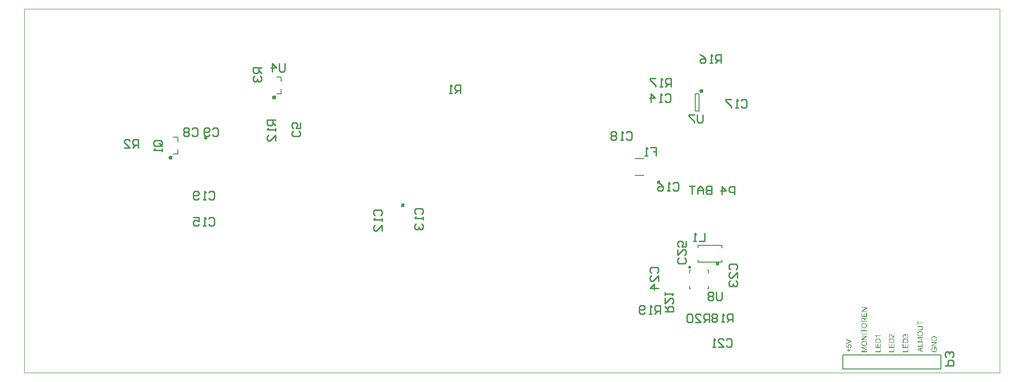
<source format=gbo>
%FSTAX23Y23*%
%MOIN*%
%SFA1B1*%

%IPPOS*%
%ADD33C,0.001000*%
%ADD60C,0.010000*%
%ADD66C,0.015750*%
%ADD68C,0.007870*%
%LNcareboard_smd_ordered_6.29-1*%
%LPD*%
G36*
X0629Y00246D02*
X0629D01*
X06291Y00245*
X06292Y00245*
X06294Y00245*
X06295Y00245*
X06296Y00245*
X06296*
X06297Y00244*
X06297Y00244*
X06297Y00244*
X06298Y00244*
X06298Y00244*
X06299Y00243*
X063Y00243*
X06301Y00242*
X06302Y00242*
X06302Y00242*
X06302Y00242*
X06303Y00241*
X06303Y00241*
X06304Y0024*
X06304Y0024*
X06305Y00239*
X06305Y00238*
X06306Y00238*
X06306Y00238*
X06306Y00238*
X06306Y00237*
X06306Y00236*
X06307Y00236*
X06307Y00235*
X06307Y00234*
Y00234*
X06307Y00233*
X06308Y00233*
X06308Y00232*
X06308Y00231*
X06308Y0023*
X06308Y00229*
X06308Y00228*
Y00214*
X0627*
Y00227*
Y00227*
Y00227*
Y00227*
Y00228*
Y00228*
Y00229*
X0627Y0023*
X0627Y00231*
X0627Y00232*
X0627Y00233*
X0627Y00234*
Y00234*
X0627Y00234*
Y00234*
X0627Y00234*
X06271Y00235*
X06271Y00236*
X06271Y00237*
X06272Y00238*
X06272Y00239*
X06273Y00239*
Y0024*
X06273Y0024*
X06273Y0024*
X06274Y00241*
X06275Y00241*
X06276Y00242*
X06277Y00243*
X06278Y00243*
X0628Y00244*
X0628*
X0628Y00244*
X0628Y00244*
X0628Y00244*
X06281Y00244*
X06281Y00245*
X06282Y00245*
X06282Y00245*
X06283Y00245*
X06283Y00245*
X06285Y00245*
X06287Y00246*
X06289Y00246*
X06289*
X0629Y00246*
G37*
G36*
X06297Y00276D02*
X06298Y00276D01*
X06298Y00276*
X06299Y00276*
X063Y00275*
X06301Y00275*
X06302Y00275*
X06302Y00274*
X06303Y00274*
X06304Y00273*
X06304Y00273*
X06305Y00272*
X06305Y00272*
X06305Y00272*
X06305Y00272*
X06306Y00271*
X06306Y00271*
X06306Y00271*
X06307Y0027*
X06307Y0027*
X06307Y00269*
X06308Y00268*
X06308Y00268*
X06308Y00267*
X06308Y00266*
X06308Y00265*
X06309Y00264*
X06309Y00263*
Y00263*
Y00263*
Y00262*
X06309Y00262*
X06309Y00262*
X06308Y00261*
X06308Y00261*
X06308Y0026*
X06308Y00259*
X06307Y00257*
X06307Y00257*
X06307Y00256*
X06306Y00255*
X06306Y00255*
X06306Y00254*
X06306Y00254*
X06305Y00254*
X06305Y00254*
X06305Y00254*
X06304Y00253*
X06304Y00253*
X06304Y00253*
X06302Y00252*
X06301Y00252*
X063Y00251*
X06299Y00251*
X06298Y00251*
X06297Y00255*
X06297*
X06297Y00256*
X06298*
X06298Y00256*
X06299Y00256*
X06299Y00256*
X063Y00256*
X06301Y00257*
X06302Y00258*
X06303Y00258*
X06303Y00258*
X06303Y00259*
X06304Y00259*
X06304Y0026*
X06304Y0026*
X06304Y00261*
X06305Y00262*
X06305Y00263*
Y00263*
Y00263*
Y00263*
X06305Y00263*
X06305Y00264*
X06304Y00265*
X06304Y00266*
X06304Y00267*
X06303Y00268*
X06302Y00269*
X06302Y00269*
X06302Y00269*
X06302Y00269*
X06301Y0027*
X063Y0027*
X06299Y0027*
X06298Y00271*
X06297Y00271*
X06296*
X06296Y00271*
X06296Y00271*
X06295Y00271*
X06294Y0027*
X06293Y0027*
X06292Y00269*
X06291Y00269*
X06291Y00269*
X06291Y00268*
X06291Y00268*
X0629Y00267*
X0629Y00266*
X0629Y00265*
X06289Y00264*
X06289Y00263*
Y00263*
Y00263*
Y00263*
X06289Y00262*
X06289Y00262*
X06289Y00261*
X0629Y00261*
X0629Y0026*
X06286Y00261*
Y00261*
Y00261*
X06286Y00261*
Y00261*
Y00261*
Y00261*
Y00262*
Y00262*
X06286Y00262*
X06285Y00263*
X06285Y00264*
X06285Y00265*
X06285Y00266*
X06284Y00267*
X06284Y00267*
X06284Y00267*
X06283Y00267*
X06283Y00268*
X06282Y00268*
X06281Y00269*
X0628Y00269*
X06279Y00269*
X06279*
X06278Y00269*
X06278Y00269*
X06277Y00269*
X06276Y00268*
X06276Y00268*
X06275Y00267*
X06275Y00267*
X06275Y00267*
X06274Y00267*
X06274Y00266*
X06274Y00265*
X06274Y00265*
X06273Y00264*
X06273Y00263*
Y00263*
Y00263*
Y00262*
X06273Y00262*
X06273Y00261*
X06274Y00261*
X06274Y0026*
X06274Y00259*
X06275Y00258*
X06275Y00258*
X06275Y00258*
X06276Y00258*
X06276Y00257*
X06277Y00257*
X06278Y00257*
X06279Y00256*
X0628Y00256*
X06279Y00251*
X06279*
X06279Y00251*
X06279Y00251*
X06279Y00251*
X06278Y00251*
X06278Y00252*
X06277Y00252*
X06275Y00252*
X06274Y00253*
X06273Y00254*
X06272Y00255*
X06272Y00255*
X06272Y00255*
X06272Y00255*
X06272Y00256*
X06271Y00256*
X06271Y00256*
X06271Y00257*
X0627Y00258*
X0627Y0026*
X0627Y00261*
X06269Y00262*
Y00263*
Y00263*
Y00263*
Y00263*
Y00263*
X06269Y00264*
X0627Y00265*
X0627Y00265*
X0627Y00266*
X0627Y00267*
X06271Y00268*
Y00269*
X06271Y00269*
X06271Y00269*
X06271Y00269*
X06272Y0027*
X06272Y00271*
X06273Y00271*
X06274Y00272*
X06274Y00273*
X06275Y00273*
X06275Y00273*
X06275Y00273*
X06276Y00273*
X06277Y00273*
X06278Y00274*
X06278Y00274*
X06279Y00274*
X0628*
X0628Y00274*
X06281Y00274*
X06282Y00274*
X06282Y00273*
X06283Y00273*
X06284Y00273*
X06284Y00273*
X06284Y00272*
X06285Y00272*
X06285Y00272*
X06286Y00271*
X06286Y0027*
X06287Y0027*
X06287Y00269*
Y00269*
X06287Y00269*
Y00269*
X06287Y00269*
X06288Y0027*
X06288Y00271*
X06288Y00271*
X06289Y00272*
X0629Y00273*
X0629Y00274*
X06291Y00274*
X06291Y00274*
X06291Y00274*
X06292Y00275*
X06293Y00275*
X06294Y00276*
X06295Y00276*
X06297Y00276*
X06297*
X06297Y00276*
G37*
G36*
X06308Y00148D02*
X0627D01*
Y00153*
X06304*
Y00172*
X06308*
Y00148*
G37*
G36*
Y00178D02*
X0627D01*
Y00206*
X06274*
Y00183*
X06286*
Y00205*
X0629*
Y00183*
X06304*
Y00207*
X06308*
Y00178*
G37*
G36*
X0621Y00148D02*
X06172D01*
Y00153*
X06206*
Y00172*
X0621*
Y00148*
G37*
G36*
Y0025D02*
X06209D01*
X06209Y0025*
X06208Y0025*
X06208Y0025*
X06207Y0025*
X06207Y00251*
X06207*
X06207Y00251*
X06206Y00251*
X06206Y00251*
X06205Y00251*
X06204Y00252*
X06204Y00252*
X06203Y00253*
X06202Y00254*
X06202*
X06202Y00254*
X06201Y00254*
X06201Y00255*
X062Y00255*
X06199Y00256*
X06198Y00257*
X06197Y00258*
X06196Y0026*
X06196Y0026*
X06196Y0026*
X06195Y0026*
X06195Y00261*
X06195Y00261*
X06194Y00262*
X06193Y00263*
X06192Y00265*
X0619Y00266*
X0619Y00267*
X06189Y00267*
X06188Y00268*
X06188Y00268*
X06188*
X06188Y00268*
X06187Y00269*
X06187Y00269*
X06187Y00269*
X06186Y00269*
X06185Y0027*
X06184Y0027*
X06183Y0027*
X06182Y00271*
X06182*
X06182Y00271*
X06181Y0027*
X0618Y0027*
X0618Y0027*
X06179Y0027*
X06178Y00269*
X06177Y00269*
X06177Y00268*
X06177Y00268*
X06177Y00268*
X06176Y00267*
X06176Y00266*
X06176Y00265*
X06175Y00264*
X06175Y00263*
Y00263*
Y00263*
Y00263*
X06175Y00263*
X06175Y00262*
X06176Y00261*
X06176Y0026*
X06176Y0026*
X06177Y00259*
X06177Y00258*
X06178Y00258*
X06178Y00258*
X06178Y00257*
X06179Y00257*
X0618Y00256*
X06181Y00256*
X06182Y00256*
X06183Y00256*
X06183Y00251*
X06182*
X06182Y00251*
X06182Y00251*
X06181Y00251*
X06181Y00251*
X06179Y00252*
X06178Y00252*
X06177Y00253*
X06175Y00254*
X06175Y00254*
X06174Y00255*
X06174Y00255*
X06174Y00255*
X06174Y00255*
X06174Y00255*
X06174Y00256*
X06173Y00256*
X06173Y00256*
X06173Y00257*
X06173Y00258*
X06172Y00258*
X06172Y00259*
X06172Y0026*
X06172Y00261*
X06171Y00262*
X06171Y00263*
Y00263*
Y00264*
Y00264*
X06171Y00264*
X06172Y00265*
X06172Y00265*
X06172Y00266*
X06172Y00267*
X06172Y00268*
X06173Y00269*
X06173Y0027*
X06173Y00271*
X06174Y00271*
X06174Y00272*
X06175Y00272*
X06175Y00272*
X06175Y00272*
X06175Y00273*
X06175Y00273*
X06176Y00273*
X06177Y00274*
X06178Y00274*
X06179Y00275*
X0618Y00275*
X06181Y00275*
X06182Y00275*
X06183*
X06183Y00275*
X06184Y00275*
X06184Y00275*
X06185Y00275*
X06186Y00275*
X06187Y00274*
X06187Y00274*
X06187Y00274*
X06187Y00274*
X06188Y00274*
X06189Y00273*
X0619Y00273*
X0619Y00272*
X06191Y00271*
X06191Y00271*
X06192Y00271*
X06192Y0027*
X06193Y0027*
X06193Y0027*
X06194Y00269*
X06194Y00269*
X06195Y00268*
X06195Y00267*
X06196Y00267*
X06197Y00266*
X06197Y00265*
X06198Y00264*
X06198Y00264*
X06198Y00264*
X06198Y00264*
X06199Y00263*
X06199Y00263*
X062Y00262*
X06201Y00261*
X06202Y0026*
X06202Y00259*
X06203Y00259*
X06203Y00259*
X06203Y00259*
X06203Y00258*
X06203Y00258*
X06204Y00258*
X06205Y00257*
X06206Y00257*
Y00275*
X0621*
Y0025*
G37*
G36*
X06112Y00148D02*
X06074D01*
Y00153*
X06108*
Y00172*
X06112*
Y00148*
G37*
G36*
X0621Y00178D02*
X06172D01*
Y00206*
X06176*
Y00183*
X06188*
Y00205*
X06192*
Y00183*
X06206*
Y00207*
X0621*
Y00178*
G37*
G36*
X06192Y00246D02*
X06192D01*
X06193Y00245*
X06194Y00245*
X06196Y00245*
X06197Y00245*
X06198Y00245*
X06198*
X06199Y00244*
X06199Y00244*
X06199Y00244*
X062Y00244*
X062Y00244*
X06201Y00243*
X06202Y00243*
X06203Y00242*
X06204Y00242*
X06204Y00242*
X06204Y00242*
X06205Y00241*
X06205Y00241*
X06206Y0024*
X06206Y0024*
X06207Y00239*
X06207Y00238*
X06208Y00238*
X06208Y00238*
X06208Y00238*
X06208Y00237*
X06208Y00236*
X06209Y00236*
X06209Y00235*
X06209Y00234*
Y00234*
X06209Y00233*
X0621Y00233*
X0621Y00232*
X0621Y00231*
X0621Y0023*
X0621Y00229*
X0621Y00228*
Y00214*
X06172*
Y00227*
Y00227*
Y00227*
Y00227*
Y00228*
Y00228*
Y00229*
X06172Y0023*
X06172Y00231*
X06172Y00232*
X06172Y00233*
X06172Y00234*
Y00234*
X06172Y00234*
Y00234*
X06172Y00234*
X06173Y00235*
X06173Y00236*
X06173Y00237*
X06174Y00238*
X06174Y00239*
X06175Y00239*
Y0024*
X06175Y0024*
X06175Y0024*
X06176Y00241*
X06177Y00241*
X06178Y00242*
X06179Y00243*
X0618Y00243*
X06182Y00244*
X06182*
X06182Y00244*
X06182Y00244*
X06182Y00244*
X06183Y00244*
X06183Y00245*
X06184Y00245*
X06184Y00245*
X06185Y00245*
X06185Y00245*
X06187Y00245*
X06189Y00246*
X06191Y00246*
X06191*
X06192Y00246*
G37*
G36*
X06495Y00261D02*
X06495D01*
X06496Y00261*
X06497Y00261*
X06499Y00261*
X065Y00261*
X06501Y0026*
X06501*
X06502Y0026*
X06502Y0026*
X06502Y0026*
X06503Y0026*
X06503Y0026*
X06504Y00259*
X06505Y00259*
X06506Y00258*
X06507Y00258*
X06507Y00258*
X06507Y00257*
X06508Y00257*
X06508Y00257*
X06509Y00256*
X06509Y00256*
X0651Y00255*
X0651Y00254*
X06511Y00254*
X06511Y00254*
X06511Y00253*
X06511Y00253*
X06511Y00252*
X06512Y00252*
X06512Y00251*
X06512Y0025*
Y0025*
X06512Y00249*
X06513Y00249*
X06513Y00248*
X06513Y00247*
X06513Y00246*
X06513Y00245*
X06513Y00244*
Y0023*
X06475*
Y00243*
Y00243*
Y00243*
Y00243*
Y00244*
Y00244*
Y00244*
X06475Y00245*
X06475Y00247*
X06475Y00248*
X06475Y00249*
X06475Y0025*
Y0025*
X06475Y0025*
Y0025*
X06475Y0025*
X06476Y00251*
X06476Y00252*
X06476Y00253*
X06477Y00253*
X06477Y00254*
X06478Y00255*
Y00255*
X06478Y00255*
X06478Y00256*
X06479Y00256*
X0648Y00257*
X06481Y00258*
X06482Y00259*
X06483Y00259*
X06485Y0026*
X06485*
X06485Y0026*
X06485Y0026*
X06485Y0026*
X06486Y0026*
X06486Y0026*
X06487Y00261*
X06487Y00261*
X06488Y00261*
X06488Y00261*
X0649Y00261*
X06492Y00261*
X06494Y00261*
X06494*
X06495Y00261*
G37*
G36*
X06413Y00178D02*
X06401Y00174D01*
Y00158*
X06413Y00153*
Y00148*
X06375Y00163*
Y00168*
X06413Y00184*
Y00178*
G37*
G36*
X06508Y00183D02*
X06508Y00183D01*
X06508Y00183*
X06508Y00183*
X06508Y00183*
X06509Y00182*
X06509Y00181*
X0651Y0018*
X06511Y00179*
X06512Y00177*
X06512Y00176*
Y00176*
X06512Y00176*
X06512Y00175*
X06512Y00175*
X06513Y00175*
X06513Y00174*
X06513Y00174*
X06513Y00173*
X06513Y00172*
X06513Y00171*
X06514Y00169*
X06514Y00168*
Y00168*
Y00167*
Y00167*
X06514Y00167*
Y00166*
X06514Y00166*
X06513Y00165*
X06513Y00164*
X06513Y00163*
X06513Y00161*
X06512Y00159*
X06511Y00157*
X06511Y00157*
X06511Y00157*
X06511Y00157*
X06511Y00157*
X06511Y00156*
X0651Y00156*
X06509Y00155*
X06509Y00154*
X06507Y00152*
X06506Y00151*
X06504Y0015*
X06504*
X06504Y0015*
X06504Y0015*
X06503Y0015*
X06503Y0015*
X06503Y0015*
X06502Y00149*
X06501Y00149*
X06501Y00149*
X065Y00149*
X06498Y00148*
X06496Y00148*
X06494Y00148*
X06493*
X06493Y00148*
X06493*
X06492Y00148*
X06491Y00148*
X06491Y00148*
X06489Y00149*
X06487Y00149*
X06485Y0015*
X06484Y0015*
X06483*
X06483Y0015*
X06483Y00151*
X06483Y00151*
X06482Y00151*
X06482Y00151*
X06481Y00152*
X0648Y00153*
X06478Y00154*
X06477Y00156*
X06477Y00156*
X06476Y00157*
Y00157*
X06476Y00157*
X06476Y00158*
X06476Y00158*
X06476Y00158*
X06476Y00159*
X06475Y00159*
X06475Y0016*
X06475Y00161*
X06475Y00161*
X06474Y00163*
X06474Y00165*
X06474Y00167*
Y00167*
Y00167*
Y00168*
Y00168*
X06474Y00168*
Y00169*
X06474Y0017*
X06474Y00171*
X06475Y00172*
X06475Y00173*
X06475Y00175*
Y00175*
X06475Y00175*
X06475Y00175*
X06476Y00175*
X06476Y00176*
X06476Y00177*
X06477Y00177*
X06477Y00178*
X06478Y00179*
X06479Y0018*
X06479Y0018*
X06479Y0018*
X0648Y00181*
X06481Y00181*
X06482Y00182*
X06483Y00182*
X06484Y00183*
X06485Y00183*
X06487Y00178*
X06487*
X06487Y00178*
X06486Y00178*
X06486Y00178*
X06485Y00178*
X06484Y00177*
X06483Y00177*
X06483Y00177*
X06482Y00176*
X06482Y00176*
X06482Y00176*
X06481Y00176*
X06481Y00175*
X06481Y00175*
X0648Y00174*
X0648Y00173*
X06479Y00173*
X06479Y00172*
X06479Y00172*
X06479Y00172*
X06479Y00171*
X06479Y0017*
X06478Y00169*
X06478Y00168*
X06478Y00167*
Y00167*
Y00167*
Y00167*
Y00167*
X06478Y00166*
X06478Y00165*
X06479Y00164*
X06479Y00163*
X06479Y00162*
X06479Y00161*
X06479Y00161*
X0648Y00161*
X0648Y0016*
X0648Y0016*
X06481Y00159*
X06481Y00158*
X06482Y00158*
X06482Y00157*
X06482Y00157*
X06482Y00157*
X06483Y00157*
X06483Y00156*
X06484Y00156*
X06485Y00155*
X06485Y00155*
X06486Y00155*
X06486*
X06486Y00155*
X06486Y00155*
X06487Y00154*
X06487Y00154*
X06487Y00154*
X06488Y00154*
X06489Y00154*
X06491Y00154*
X06492Y00153*
X06494Y00153*
X06494*
X06495Y00153*
X06495*
X06496Y00153*
X06496Y00153*
X06497Y00154*
X06498Y00154*
X065Y00154*
X06501Y00154*
X06502Y00155*
X06502*
X06503Y00155*
X06503Y00155*
X06503Y00155*
X06504Y00156*
X06504Y00156*
X06505Y00157*
X06506Y00158*
X06507Y00159*
X06508Y0016*
Y0016*
X06508Y0016*
X06508Y0016*
X06508Y00161*
X06508Y00161*
X06508Y00161*
X06508Y00162*
X06509Y00163*
X06509Y00165*
X06509Y00166*
X06509Y00167*
Y00167*
Y00167*
Y00168*
Y00168*
X06509Y00169*
X06509Y00169*
X06509Y0017*
X06509Y00171*
X06508Y00173*
X06508Y00174*
Y00174*
X06508Y00174*
X06508Y00174*
X06508Y00174*
X06507Y00175*
X06507Y00176*
X06507Y00176*
X06506Y00177*
X06506Y00178*
X06505Y00179*
X06498*
Y00167*
X06493*
Y00184*
X06508*
X06508Y00183*
G37*
G36*
X06513Y00216D02*
X06483Y00196D01*
X06513*
Y00191*
X06475*
Y00196*
X06505Y00216*
X06475*
Y00221*
X06513*
Y00216*
G37*
G36*
X06413Y00188D02*
X06375D01*
Y00193*
X06409*
Y00212*
X06413*
Y00188*
G37*
G36*
X06398Y00334D02*
X06399D01*
X06399Y00334*
X064Y00334*
X06402Y00334*
X06403Y00334*
X06405Y00334*
X06406Y00333*
X06406*
X06406Y00333*
X06406Y00333*
X06407Y00333*
X06407Y00333*
X06408Y00332*
X06409Y00331*
X0641Y00331*
X06411Y0033*
X06412Y00328*
Y00328*
X06412Y00328*
X06412Y00328*
X06412Y00328*
X06412Y00327*
X06412Y00327*
X06412Y00327*
X06413Y00326*
X06413Y00325*
X06413Y00325*
X06413Y00324*
X06413Y00323*
X06414Y00321*
X06414Y00319*
Y00319*
Y00319*
Y00319*
X06414Y00319*
Y00318*
X06414Y00318*
X06413Y00317*
X06413Y00316*
X06413Y00315*
X06413Y00314*
X06412Y00312*
X06412Y00311*
Y00311*
X06412Y0031*
X06412Y0031*
X06411Y0031*
X06411Y00309*
X0641Y00309*
X0641Y00308*
X06409Y00307*
X06408Y00306*
X06406Y00306*
X06406*
X06406Y00306*
X06406Y00306*
X06406Y00306*
X06405Y00305*
X06405Y00305*
X06404Y00305*
X06404Y00305*
X06403Y00305*
X06403Y00305*
X06402Y00305*
X06401Y00305*
X064Y00304*
X06399Y00304*
X06398Y00304*
X06375*
Y00309*
X06398*
X06398Y00309*
X064Y0031*
X06401Y0031*
X06402Y0031*
X06403Y0031*
X06404Y0031*
X06404Y0031*
X06404Y0031*
X06405Y0031*
X06405Y00311*
X06406Y00311*
X06406Y00311*
X06407Y00312*
X06407Y00313*
X06408Y00314*
X06408Y00314*
X06408Y00314*
X06408Y00314*
X06408Y00315*
X06409Y00316*
X06409Y00317*
X06409Y00318*
X06409Y00319*
Y00319*
Y00319*
Y0032*
X06409Y0032*
Y0032*
X06409Y00321*
X06409Y00322*
X06408Y00323*
X06408Y00325*
X06407Y00326*
X06407Y00327*
X06407Y00327*
X06407*
X06406Y00327*
X06406Y00327*
X06406Y00327*
X06406Y00328*
X06405Y00328*
X06405Y00328*
X06404Y00328*
X06404Y00328*
X06403Y00329*
X06402Y00329*
X06401Y00329*
X064Y00329*
X06399Y00329*
X06398Y00329*
X06375*
Y00335*
X06398*
X06398Y00334*
G37*
G36*
X06379Y00358D02*
X06413D01*
Y00353*
X06379*
Y0034*
X06375*
Y0037*
X06379*
Y00358*
G37*
G36*
X06413Y00249D02*
X06381D01*
X06413Y00238*
Y00234*
X0638Y00223*
X06413*
Y00218*
X06375*
Y00225*
X06402Y00234*
X06402*
X06402Y00234*
X06402Y00235*
X06402Y00235*
X06403Y00235*
X06404Y00235*
X06405Y00235*
X06406Y00236*
X06407Y00236*
X06407Y00236*
X06407Y00236*
X06407Y00236*
X06407Y00237*
X06406Y00237*
X06405Y00237*
X06404Y00237*
X06403Y00238*
X06401Y00238*
X06375Y00247*
Y00254*
X06413*
Y00249*
G37*
G36*
X06395Y00298D02*
X06395D01*
X06396Y00298*
X06397Y00298*
X06397Y00297*
X06399Y00297*
X06401Y00297*
X06403Y00296*
X06404Y00295*
X06404*
X06405Y00295*
X06405Y00295*
X06405Y00295*
X06405Y00295*
X06406Y00294*
X06407Y00294*
X06408Y00293*
X06409Y00292*
X0641Y0029*
X06411Y00289*
Y00289*
X06411Y00288*
X06412Y00288*
X06412Y00288*
X06412Y00287*
X06412Y00287*
X06412Y00286*
X06412Y00286*
X06413Y00284*
X06413Y00283*
X06414Y00281*
X06414Y00279*
Y00279*
Y00279*
Y00279*
X06414Y00278*
Y00278*
X06414Y00277*
X06413Y00277*
X06413Y00276*
X06413Y00275*
X06413Y00273*
X06412Y00271*
X06412Y0027*
X06411Y0027*
X06411Y0027*
X06411Y00269*
X06411Y00269*
X06411Y00269*
X0641Y00269*
X0641Y00268*
X06409Y00267*
X06408Y00266*
X06407Y00265*
X06406Y00264*
X06404Y00263*
X06404*
X06404Y00263*
X06403Y00263*
X06403Y00263*
X06403Y00263*
X06402Y00262*
X06402Y00262*
X06401Y00262*
X064Y00262*
X064Y00262*
X06398Y00261*
X06396Y00261*
X06394Y00261*
X06394*
X06393Y00261*
X06393*
X06392Y00261*
X06391Y00261*
X0639Y00261*
X06389Y00262*
X06388Y00262*
X06386Y00262*
X06385Y00263*
X06384Y00263*
X06383Y00264*
X06382Y00264*
X0638Y00265*
X06379Y00266*
X06379Y00266*
X06379Y00266*
X06379Y00267*
X06378Y00267*
X06378Y00268*
X06378Y00268*
X06377Y00269*
X06377Y0027*
X06376Y00271*
X06376Y00272*
X06375Y00273*
X06375Y00274*
X06374Y00275*
X06374Y00276*
X06374Y00278*
X06374Y00279*
Y00279*
Y0028*
Y0028*
X06374Y0028*
Y00281*
X06374Y00281*
X06374Y00282*
X06374Y00283*
X06375Y00284*
X06375Y00286*
X06376Y00287*
X06376Y00288*
X06377Y00289*
Y00289*
X06377Y00289*
X06377Y00289*
X06377Y0029*
X06377Y0029*
X06378Y0029*
X06378Y00291*
X06379Y00292*
X06381Y00293*
X06382Y00294*
X06384Y00295*
X06384*
X06384Y00296*
X06384Y00296*
X06384Y00296*
X06385Y00296*
X06385Y00296*
X06386Y00296*
X06387Y00297*
X06387Y00297*
X06388Y00297*
X0639Y00297*
X06392Y00298*
X06394Y00298*
X06394*
X06395Y00298*
G37*
G36*
X06112Y00178D02*
X06074D01*
Y00206*
X06078*
Y00183*
X0609*
Y00205*
X06094*
Y00183*
X06108*
Y00207*
X06112*
Y00178*
G37*
G36*
X05996Y00356D02*
X05996D01*
X05997Y00356*
X05998Y00356*
X05998Y00356*
X06Y00356*
X06002Y00355*
X06004Y00355*
X06005Y00354*
X06005*
X06006Y00354*
X06006Y00354*
X06006Y00353*
X06006Y00353*
X06007Y00353*
X06008Y00352*
X06009Y00351*
X0601Y0035*
X06011Y00349*
X06012Y00347*
Y00347*
X06012Y00347*
X06013Y00347*
X06013Y00346*
X06013Y00346*
X06013Y00345*
X06013Y00345*
X06013Y00344*
X06014Y00343*
X06014Y00341*
X06015Y0034*
X06015Y00338*
Y00338*
Y00338*
Y00337*
X06015Y00337*
Y00336*
X06015Y00336*
X06014Y00335*
X06014Y00335*
X06014Y00333*
X06014Y00331*
X06013Y0033*
X06013Y00329*
X06012Y00328*
X06012Y00328*
X06012Y00328*
X06012Y00328*
X06012Y00327*
X06011Y00327*
X06011Y00327*
X0601Y00326*
X06009Y00325*
X06008Y00324*
X06007Y00323*
X06005Y00322*
X06005*
X06005Y00321*
X06004Y00321*
X06004Y00321*
X06004Y00321*
X06003Y00321*
X06003Y00321*
X06002Y00321*
X06001Y0032*
X06001Y0032*
X05999Y0032*
X05997Y0032*
X05995Y00319*
X05995*
X05994Y00319*
X05994*
X05993Y0032*
X05992Y0032*
X05991Y0032*
X0599Y0032*
X05989Y0032*
X05987Y00321*
X05986Y00321*
X05985Y00322*
X05984Y00322*
X05983Y00323*
X05981Y00324*
X0598Y00325*
X0598Y00325*
X0598Y00325*
X0598Y00325*
X05979Y00325*
X05979Y00326*
X05979Y00327*
X05978Y00327*
X05978Y00328*
X05977Y00329*
X05977Y0033*
X05976Y00331*
X05976Y00332*
X05975Y00334*
X05975Y00335*
X05975Y00336*
X05975Y00338*
Y00338*
Y00338*
Y00338*
X05975Y00339*
Y00339*
X05975Y0034*
X05975Y0034*
X05975Y00341*
X05976Y00342*
X05976Y00344*
X05977Y00346*
X05977Y00347*
X05978Y00347*
Y00347*
X05978Y00348*
X05978Y00348*
X05978Y00348*
X05978Y00348*
X05979Y00349*
X05979Y0035*
X0598Y00351*
X05982Y00352*
X05983Y00353*
X05985Y00354*
X05985*
X05985Y00354*
X05985Y00354*
X05985Y00354*
X05986Y00354*
X05986Y00355*
X05987Y00355*
X05988Y00355*
X05988Y00355*
X05989Y00355*
X05991Y00356*
X05993Y00356*
X05995Y00356*
X05995*
X05996Y00356*
G37*
G36*
X06014Y0039D02*
X06006Y00385D01*
X06006*
X06006Y00385*
X06006Y00385*
X06005Y00385*
X06005Y00384*
X06004Y00384*
X06003Y00383*
X06002Y00383*
X06002Y00382*
X06001Y00381*
X06001Y00381*
X06Y00381*
X06Y00381*
X06Y00381*
X05999Y0038*
X05999Y00379*
X05998Y00379*
X05998Y00379*
X05998Y00379*
X05998Y00378*
X05998Y00378*
X05997Y00377*
X05997Y00377*
Y00377*
X05997Y00376*
Y00376*
X05997Y00376*
X05997Y00375*
Y00375*
X05997Y00374*
Y00374*
Y00368*
X06014*
Y00363*
X05976*
Y0038*
Y0038*
Y0038*
Y0038*
Y00381*
X05976Y00381*
Y00382*
X05976Y00383*
X05976Y00384*
X05976Y00385*
X05976Y00386*
X05976Y00387*
X05977Y00388*
Y00388*
X05977Y00388*
X05977Y00388*
X05977Y00388*
X05978Y00389*
X05978Y0039*
X05979Y0039*
X05979Y00391*
X0598Y00392*
X0598Y00392*
X05981Y00392*
X05981Y00392*
X05982Y00393*
X05983Y00393*
X05984Y00393*
X05985Y00393*
X05986Y00393*
X05987*
X05987Y00393*
X05987*
X05988Y00393*
X05989Y00393*
X0599Y00393*
X05991Y00392*
X05992Y00392*
X05992Y00391*
X05993Y00391*
X05993Y00391*
X05993Y0039*
X05993Y0039*
X05994Y0039*
X05994Y0039*
X05994Y00389*
X05994Y00389*
X05995Y00388*
X05995Y00388*
X05995Y00387*
X05996Y00386*
X05996Y00385*
X05996Y00385*
X05996Y00384*
X05997Y00383*
X05997Y00383*
X05997Y00383*
X05997Y00383*
X05997Y00384*
X05998Y00385*
X05998Y00385*
X05998Y00386*
X05999Y00386*
X05999Y00386*
X05999Y00387*
X06Y00387*
X06001Y00388*
X06001Y00388*
X06002Y00389*
X06004Y0039*
X06014Y00397*
Y0039*
G37*
G36*
Y00274D02*
X05976D01*
Y00279*
X06014*
Y00274*
G37*
G36*
X0598Y00303D02*
X06014D01*
Y00298*
X0598*
Y00285*
X05976*
Y00316*
X0598*
Y00303*
G37*
G36*
X06014Y00402D02*
X05976D01*
Y00429*
X0598*
Y00407*
X05992*
Y00428*
X05996*
Y00407*
X0601*
Y0043*
X06014*
Y00402*
G37*
G36*
X05891Y00204D02*
X05891Y00204D01*
X05892Y00204*
X05892Y00204*
X05893Y00204*
X05895Y00203*
X05896Y00203*
X05897Y00202*
X05898Y00202*
X05898Y00202*
X05899Y00201*
X05899Y00201*
X05899Y00201*
X05899Y00201*
X059Y002*
X059Y002*
X059Y002*
X05901Y00199*
X05901Y00198*
X05902Y00198*
X05902Y00197*
X05903Y00196*
X05903Y00195*
X05903Y00194*
X05903Y00193*
X05904Y00192*
X05904Y00191*
Y00191*
Y00191*
Y0019*
X05904Y0019*
X05904Y0019*
X05903Y00189*
X05903Y00189*
X05903Y00188*
X05903Y00187*
X05902Y00185*
X05902Y00184*
X05902Y00184*
X05901Y00183*
X05901Y00182*
X05901Y00182*
X05901Y00182*
X059Y00182*
X059Y00182*
X059Y00182*
X059Y00181*
X05899Y00181*
X05899Y00181*
X05898Y0018*
X05896Y00179*
X05895Y00179*
X05894Y00179*
X05893Y00179*
X05893Y00184*
X05893*
X05893Y00184*
X05893Y00184*
X05894Y00184*
X05895Y00184*
X05896Y00184*
X05896Y00185*
X05897Y00185*
X05898Y00186*
X05898Y00186*
X05898Y00186*
X05899Y00187*
X05899Y00187*
X05899Y00188*
X05899Y00189*
X059Y0019*
X059Y00191*
Y00191*
Y00191*
Y00191*
X059Y00192*
X059Y00192*
X05899Y00193*
X05899Y00194*
X05899Y00195*
X05898Y00196*
X05898Y00196*
X05897Y00197*
X05897*
X05897Y00197*
X05897Y00197*
X05896Y00197*
X05895Y00198*
X05894Y00198*
X05893Y00199*
X05892Y00199*
X0589Y00199*
X0589*
X0589Y00199*
X05889*
X05889Y00199*
X05888Y00199*
X05887Y00199*
X05886Y00198*
X05885Y00198*
X05884Y00197*
X05884Y00197*
X05884Y00196*
X05883Y00196*
X05883Y00195*
X05882Y00194*
X05882Y00193*
X05882Y00192*
X05882Y00191*
Y00191*
Y0019*
X05882Y0019*
X05882Y00189*
X05882Y00189*
X05882Y00188*
X05882Y00187*
X05883Y00187*
X05883Y00187*
X05883Y00186*
X05883Y00186*
X05884Y00186*
X05884Y00185*
X05884Y00185*
X05885Y00184*
X05886Y00184*
X05885Y00179*
X05865Y00183*
Y00202*
X0587*
Y00187*
X0588Y00185*
X0588Y00185*
X0588Y00185*
X0588Y00185*
X0588Y00185*
X05879Y00186*
X05879Y00186*
X05879Y00187*
X05878Y00188*
X05878Y00189*
X05878Y00191*
X05878Y00192*
Y00192*
Y00192*
Y00193*
X05878Y00193*
X05878Y00193*
X05878Y00194*
X05878Y00194*
X05878Y00195*
X05878Y00196*
X05879Y00197*
X05879Y00198*
X05879Y00199*
X0588Y00199*
X0588Y002*
X05881Y00201*
X05881Y00201*
X05881Y00201*
X05881Y00201*
X05882Y00201*
X05882Y00201*
X05882Y00202*
X05883Y00202*
X05883Y00202*
X05884Y00203*
X05885Y00203*
X05886Y00203*
X05886Y00204*
X05887Y00204*
X05888Y00204*
X05889Y00204*
X0589Y00204*
X05891*
X05891Y00204*
G37*
G36*
X05903Y00227D02*
Y00221D01*
X05865Y00206*
Y00212*
X05892Y00222*
X05893*
X05893Y00222*
X05893Y00222*
X05893Y00222*
X05894Y00222*
X05895Y00223*
X05896Y00223*
X05897Y00223*
X05899Y00224*
X05899*
X05899Y00224*
X05899Y00224*
X05898Y00224*
X05898Y00224*
X05897Y00225*
X05896Y00225*
X05895Y00225*
X05894Y00226*
X05892Y00226*
X05865Y00236*
Y00242*
X05903Y00227*
G37*
G36*
X06014Y00462D02*
X05984Y00442D01*
X06014*
Y00437*
X05976*
Y00442*
X06006Y00463*
X05976*
Y00467*
X06014*
Y00462*
G37*
G36*
X05886Y00163D02*
X05897D01*
Y00158*
X05886*
Y00148*
X05882*
Y00158*
X05871*
Y00163*
X05882*
Y00173*
X05886*
Y00163*
G37*
G36*
X06014Y0018D02*
X05982D01*
X06014Y00169*
Y00164*
X05981Y00153*
X06014*
Y00148*
X05976*
Y00156*
X06003Y00165*
X06003*
X06003Y00165*
X06003Y00165*
X06003Y00165*
X06004Y00165*
X06005Y00165*
X06006Y00166*
X06007Y00166*
X06008Y00166*
X06008Y00167*
X06008Y00167*
X06008Y00167*
X06008Y00167*
X06007Y00167*
X06006Y00167*
X06005Y00168*
X06004Y00168*
X06002Y00169*
X05976Y00178*
Y00185*
X06014*
Y0018*
G37*
G36*
X05996Y00228D02*
X05996D01*
X05997Y00228*
X05998Y00228*
X05998Y00228*
X06Y00227*
X06002Y00227*
X06004Y00226*
X06005Y00226*
X06005*
X06006Y00226*
X06006Y00225*
X06006Y00225*
X06006Y00225*
X06007Y00225*
X06008Y00224*
X06009Y00223*
X0601Y00222*
X06011Y0022*
X06012Y00219*
Y00219*
X06012Y00219*
X06013Y00219*
X06013Y00218*
X06013Y00218*
X06013Y00217*
X06013Y00217*
X06013Y00216*
X06014Y00215*
X06014Y00213*
X06015Y00211*
X06015Y0021*
Y0021*
Y00209*
Y00209*
X06015Y00209*
Y00208*
X06015Y00208*
X06014Y00207*
X06014Y00206*
X06014Y00205*
X06014Y00203*
X06013Y00202*
X06013Y00201*
X06012Y002*
X06012Y002*
X06012Y002*
X06012Y002*
X06012Y00199*
X06011Y00199*
X06011Y00198*
X0601Y00198*
X06009Y00197*
X06008Y00195*
X06007Y00194*
X06005Y00193*
X06005*
X06005Y00193*
X06004Y00193*
X06004Y00193*
X06004Y00193*
X06003Y00193*
X06003Y00193*
X06002Y00192*
X06001Y00192*
X06001Y00192*
X05999Y00192*
X05997Y00191*
X05995Y00191*
X05995*
X05994Y00191*
X05994*
X05993Y00191*
X05992Y00192*
X05991Y00192*
X0599Y00192*
X05989Y00192*
X05987Y00193*
X05986Y00193*
X05985Y00193*
X05984Y00194*
X05983Y00195*
X05981Y00196*
X0598Y00196*
X0598Y00196*
X0598Y00197*
X0598Y00197*
X05979Y00197*
X05979Y00198*
X05979Y00198*
X05978Y00199*
X05978Y002*
X05977Y00201*
X05977Y00202*
X05976Y00203*
X05976Y00204*
X05975Y00205*
X05975Y00207*
X05975Y00208*
X05975Y0021*
Y0021*
Y0021*
Y0021*
X05975Y00211*
Y00211*
X05975Y00212*
X05975Y00212*
X05975Y00213*
X05976Y00214*
X05976Y00216*
X05977Y00218*
X05977Y00218*
X05978Y00219*
Y00219*
X05978Y00219*
X05978Y0022*
X05978Y0022*
X05978Y0022*
X05979Y00221*
X05979Y00222*
X0598Y00223*
X05982Y00224*
X05983Y00225*
X05985Y00226*
X05985*
X05985Y00226*
X05985Y00226*
X05985Y00226*
X05986Y00226*
X05986Y00226*
X05987Y00227*
X05988Y00227*
X05988Y00227*
X05989Y00227*
X05991Y00228*
X05993Y00228*
X05995Y00228*
X05995*
X05996Y00228*
G37*
G36*
X06094Y00246D02*
X06094D01*
X06095Y00245*
X06096Y00245*
X06098Y00245*
X06099Y00245*
X061Y00245*
X061*
X06101Y00244*
X06101Y00244*
X06101Y00244*
X06102Y00244*
X06102Y00244*
X06103Y00243*
X06104Y00243*
X06105Y00242*
X06106Y00242*
X06106Y00242*
X06106Y00242*
X06107Y00241*
X06107Y00241*
X06108Y0024*
X06108Y0024*
X06109Y00239*
X06109Y00238*
X0611Y00238*
X0611Y00238*
X0611Y00238*
X0611Y00237*
X0611Y00236*
X06111Y00236*
X06111Y00235*
X06111Y00234*
Y00234*
X06111Y00233*
X06112Y00233*
X06112Y00232*
X06112Y00231*
X06112Y0023*
X06112Y00229*
X06112Y00228*
Y00214*
X06074*
Y00227*
Y00227*
Y00227*
Y00227*
Y00228*
Y00228*
Y00229*
X06074Y0023*
X06074Y00231*
X06074Y00232*
X06074Y00233*
X06074Y00234*
Y00234*
X06074Y00234*
Y00234*
X06074Y00234*
X06075Y00235*
X06075Y00236*
X06075Y00237*
X06076Y00238*
X06076Y00239*
X06077Y00239*
Y0024*
X06077Y0024*
X06077Y0024*
X06078Y00241*
X06079Y00241*
X0608Y00242*
X06081Y00243*
X06082Y00243*
X06084Y00244*
X06084*
X06084Y00244*
X06084Y00244*
X06084Y00244*
X06085Y00244*
X06085Y00245*
X06086Y00245*
X06086Y00245*
X06087Y00245*
X06087Y00245*
X06089Y00245*
X06091Y00246*
X06093Y00246*
X06093*
X06094Y00246*
G37*
G36*
X06112Y00264D02*
X06082D01*
X06082Y00264*
X06082Y00263*
X06083Y00263*
X06083Y00262*
X06083Y00262*
X06084Y00261*
X06085Y0026*
X06085Y00259*
Y00259*
X06085Y00259*
X06086Y00259*
X06086Y00258*
X06086Y00258*
X06087Y00257*
X06087Y00256*
X06087Y00255*
X06088Y00254*
X06083*
Y00254*
X06083Y00254*
X06083Y00255*
X06083Y00255*
X06083Y00255*
X06082Y00256*
X06082Y00257*
X06081Y00258*
X0608Y00259*
X0608Y0026*
X06079Y00261*
X06079Y00261*
X06078Y00261*
X06078Y00262*
X06078Y00262*
X06077Y00263*
X06076Y00263*
X06075Y00264*
X06074Y00265*
X06073Y00265*
Y00268*
X06112*
Y00264*
G37*
G36*
X06014Y0026D02*
X05984Y00239D01*
X06014*
Y00235*
X05976*
Y0024*
X06006Y0026*
X05976*
Y00265*
X06014*
Y0026*
G37*
%LNcareboard_smd_ordered_6.29-2*%
%LPC*%
G36*
X06494Y00256D02*
X06493D01*
X06492Y00256*
X06491Y00256*
X06491Y00256*
X0649Y00256*
X06489Y00256*
X06487Y00255*
X06486Y00255*
X06485Y00255*
X06484Y00254*
X06484*
X06484Y00254*
X06484Y00254*
X06484Y00254*
X06483Y00253*
X06483Y00253*
X06482Y00252*
X06481Y00251*
X0648Y0025*
X0648Y00249*
X0648Y00249*
X0648Y00249*
X0648Y00249*
X06479Y00248*
X06479Y00247*
X06479Y00246*
X06479Y00244*
X06479Y00243*
Y00235*
X06509*
Y00243*
Y00243*
Y00243*
Y00243*
Y00244*
X06508Y00244*
X06508Y00245*
X06508Y00246*
X06508Y00247*
X06508Y00248*
X06508Y00249*
X06508Y00249*
X06508Y00249*
X06508Y0025*
X06507Y0025*
X06507Y00251*
X06507Y00251*
X06506Y00252*
X06506Y00252*
X06506Y00252*
X06505Y00253*
X06505Y00253*
X06505Y00253*
X06504Y00254*
X06503Y00254*
X06502Y00255*
X06501Y00255*
X06501*
X06501Y00255*
X06501Y00255*
X065Y00255*
X065Y00255*
X065Y00255*
X06499Y00256*
X06498Y00256*
X06497Y00256*
X06495Y00256*
X06494Y00256*
G37*
G36*
X06289Y0024D02*
X06288D01*
X06287Y0024*
X06286Y0024*
X06286Y0024*
X06285Y0024*
X06284Y0024*
X06282Y00239*
X06281Y00239*
X0628Y00239*
X06279Y00238*
X06279*
X06279Y00238*
X06279Y00238*
X06279Y00238*
X06278Y00238*
X06278Y00237*
X06277Y00236*
X06276Y00235*
X06275Y00235*
X06275Y00234*
X06275Y00233*
X06275Y00233*
X06275Y00233*
X06274Y00232*
X06274Y00231*
X06274Y0023*
X06274Y00229*
X06274Y00227*
Y00219*
X06304*
Y00227*
Y00227*
Y00227*
Y00227*
Y00228*
X06303Y00228*
X06303Y00229*
X06303Y0023*
X06303Y00231*
X06303Y00232*
X06303Y00233*
X06303Y00233*
X06303Y00233*
X06303Y00234*
X06302Y00234*
X06302Y00235*
X06302Y00235*
X06301Y00236*
X06301Y00236*
X06301Y00237*
X063Y00237*
X063Y00237*
X063Y00238*
X06299Y00238*
X06298Y00238*
X06297Y00239*
X06296Y00239*
X06296*
X06296Y00239*
X06296Y00239*
X06295Y00239*
X06295Y00239*
X06295Y0024*
X06294Y0024*
X06293Y0024*
X06292Y0024*
X0629Y0024*
X06289Y0024*
G37*
G36*
X06093D02*
X06092D01*
X06091Y0024*
X0609Y0024*
X0609Y0024*
X06089Y0024*
X06088Y0024*
X06086Y00239*
X06085Y00239*
X06084Y00239*
X06083Y00238*
X06083*
X06083Y00238*
X06083Y00238*
X06083Y00238*
X06082Y00238*
X06082Y00237*
X06081Y00236*
X0608Y00235*
X06079Y00235*
X06079Y00234*
X06079Y00233*
X06079Y00233*
X06079Y00233*
X06078Y00232*
X06078Y00231*
X06078Y0023*
X06078Y00229*
X06078Y00227*
Y00219*
X06108*
Y00227*
Y00227*
Y00227*
Y00227*
Y00228*
X06107Y00228*
X06107Y00229*
X06107Y0023*
X06107Y00231*
X06107Y00232*
X06107Y00233*
X06107Y00233*
X06107Y00233*
X06107Y00234*
X06106Y00234*
X06106Y00235*
X06106Y00235*
X06105Y00236*
X06105Y00236*
X06105Y00237*
X06104Y00237*
X06104Y00237*
X06104Y00238*
X06103Y00238*
X06102Y00238*
X06101Y00239*
X061Y00239*
X061*
X061Y00239*
X061Y00239*
X06099Y00239*
X06099Y00239*
X06099Y0024*
X06098Y0024*
X06097Y0024*
X06096Y0024*
X06094Y0024*
X06093Y0024*
G37*
G36*
X06191D02*
X0619D01*
X06189Y0024*
X06188Y0024*
X06188Y0024*
X06187Y0024*
X06186Y0024*
X06184Y00239*
X06183Y00239*
X06182Y00239*
X06181Y00238*
X06181*
X06181Y00238*
X06181Y00238*
X06181Y00238*
X0618Y00238*
X0618Y00237*
X06179Y00236*
X06178Y00235*
X06177Y00235*
X06177Y00234*
X06177Y00233*
X06177Y00233*
X06177Y00233*
X06176Y00232*
X06176Y00231*
X06176Y0023*
X06176Y00229*
X06176Y00227*
Y00219*
X06206*
Y00227*
Y00227*
Y00227*
Y00227*
Y00228*
X06205Y00228*
X06205Y00229*
X06205Y0023*
X06205Y00231*
X06205Y00232*
X06205Y00233*
X06205Y00233*
X06205Y00233*
X06205Y00234*
X06204Y00234*
X06204Y00235*
X06204Y00235*
X06203Y00236*
X06203Y00236*
X06203Y00237*
X06202Y00237*
X06202Y00237*
X06202Y00238*
X06201Y00238*
X062Y00238*
X06199Y00239*
X06198Y00239*
X06198*
X06198Y00239*
X06198Y00239*
X06197Y00239*
X06197Y00239*
X06197Y0024*
X06196Y0024*
X06195Y0024*
X06194Y0024*
X06192Y0024*
X06191Y0024*
G37*
G36*
X05986Y00388D02*
X05986D01*
X05985Y00388*
X05985Y00388*
X05984Y00388*
X05983Y00387*
X05982Y00387*
X05982Y00386*
X05982Y00386*
X05981Y00386*
X05981Y00385*
X05981Y00385*
X0598Y00384*
X0598Y00383*
X0598Y00381*
X0598Y0038*
Y00368*
X05993*
Y00379*
Y00379*
Y00379*
Y00379*
Y00379*
X05992Y0038*
X05992Y00381*
X05992Y00382*
X05992Y00383*
X05992Y00383*
X05992Y00384*
X05992Y00384*
X05992Y00385*
X05992Y00385*
X05991Y00385*
X05991Y00386*
X05991Y00386*
X0599Y00387*
X0599Y00387*
X05989Y00387*
X05989Y00387*
X05989Y00388*
X05989Y00388*
X05988Y00388*
X05987Y00388*
X05987Y00388*
X05986Y00388*
G37*
G36*
X06394Y00292D02*
X06393D01*
X06393Y00292*
X06392*
X06391Y00292*
X0639Y00292*
X06388Y00292*
X06387Y00291*
X06386Y00291*
X06386*
X06386Y00291*
X06385Y00291*
X06385Y00291*
X06384Y0029*
X06384Y0029*
X06383Y00289*
X06382Y00288*
X06381Y00287*
X0638Y00286*
Y00286*
X0638Y00286*
X0638Y00286*
X0638Y00286*
X0638Y00285*
X06379Y00284*
X06379Y00283*
X06379Y00282*
X06378Y00281*
X06378Y00279*
Y00279*
Y00279*
Y00279*
X06378Y00278*
X06378Y00278*
X06378Y00277*
X06379Y00277*
X06379Y00276*
X06379Y00275*
X0638Y00274*
X0638Y00273*
X0638Y00272*
X06381Y00272*
X06381Y00271*
X06382Y0027*
X06382Y0027*
X06382Y0027*
X06382Y0027*
X06383Y0027*
X06383Y00269*
X06384Y00269*
X06384Y00269*
X06385Y00268*
X06386Y00268*
X06387Y00267*
X06388Y00267*
X06389Y00267*
X0639Y00267*
X06391Y00266*
X06393Y00266*
X06394Y00266*
X06395*
X06396Y00266*
X06396Y00266*
X06397Y00266*
X06398Y00267*
X06398Y00267*
X064Y00267*
X06401Y00267*
X06402Y00268*
X06403Y00268*
X06404Y00269*
X06405Y00269*
X06405Y0027*
X06405Y0027*
X06406Y0027*
X06406Y0027*
X06406Y00271*
X06406Y00271*
X06407Y00271*
X06407Y00272*
X06407Y00272*
X06408Y00273*
X06408Y00274*
X06408Y00275*
X06409Y00275*
X06409Y00276*
X06409Y00277*
X06409Y00278*
X06409Y00279*
Y00279*
Y0028*
Y0028*
X06409Y0028*
X06409Y00281*
X06409Y00281*
X06409Y00282*
X06409Y00283*
X06408Y00284*
X06408Y00285*
X06408Y00286*
X06407Y00286*
X06407Y00287*
X06406Y00288*
X06405Y00289*
X06405Y00289*
X06405Y00289*
X06405Y00289*
X06405Y00289*
X06404Y0029*
X06404Y0029*
X06403Y0029*
X06402Y00291*
X06402Y00291*
X06401Y00291*
X064Y00292*
X06399Y00292*
X06398Y00292*
X06397Y00292*
X06395Y00292*
X06394Y00292*
G37*
G36*
X05995Y00351D02*
X05994D01*
X05994Y00351*
X05993*
X05992Y00351*
X05991Y0035*
X05989Y0035*
X05988Y0035*
X05987Y00349*
X05987*
X05987Y00349*
X05986Y00349*
X05986Y00349*
X05985Y00349*
X05985Y00348*
X05984Y00347*
X05983Y00347*
X05982Y00346*
X05981Y00345*
Y00345*
X05981Y00345*
X05981Y00344*
X05981Y00344*
X05981Y00343*
X0598Y00343*
X0598Y00342*
X0598Y0034*
X05979Y00339*
X05979Y00338*
Y00338*
Y00338*
Y00337*
X05979Y00337*
X05979Y00336*
X05979Y00336*
X0598Y00335*
X0598Y00335*
X0598Y00333*
X05981Y00332*
X05981Y00332*
X05981Y00331*
X05982Y0033*
X05982Y00329*
X05983Y00329*
X05983Y00328*
X05983Y00328*
X05983Y00328*
X05984Y00328*
X05984Y00328*
X05985Y00327*
X05985Y00327*
X05986Y00327*
X05987Y00326*
X05988Y00326*
X05989Y00326*
X0599Y00325*
X05991Y00325*
X05992Y00325*
X05994Y00325*
X05995Y00325*
X05996*
X05997Y00325*
X05997Y00325*
X05998Y00325*
X05999Y00325*
X05999Y00325*
X06001Y00326*
X06002Y00326*
X06003Y00326*
X06004Y00327*
X06005Y00327*
X06006Y00328*
X06006Y00328*
X06006Y00328*
X06007Y00329*
X06007Y00329*
X06007Y00329*
X06007Y00329*
X06008Y0033*
X06008Y0033*
X06008Y00331*
X06009Y00332*
X06009Y00332*
X06009Y00333*
X0601Y00334*
X0601Y00335*
X0601Y00336*
X0601Y00337*
X0601Y00338*
Y00338*
Y00338*
Y00338*
X0601Y00339*
X0601Y00339*
X0601Y0034*
X0601Y0034*
X0601Y00341*
X06009Y00343*
X06009Y00343*
X06009Y00344*
X06008Y00345*
X06008Y00346*
X06007Y00346*
X06006Y00347*
X06006Y00347*
X06006Y00347*
X06006Y00347*
X06006Y00348*
X06005Y00348*
X06005Y00348*
X06004Y00349*
X06003Y00349*
X06003Y00349*
X06002Y0035*
X06001Y0035*
X06Y0035*
X05999Y00351*
X05998Y00351*
X05996Y00351*
X05995Y00351*
G37*
G36*
X06397Y00172D02*
X06387Y00168D01*
X06387*
X06386Y00168*
X06386Y00168*
X06386Y00168*
X06385Y00168*
X06385Y00167*
X06384Y00167*
X06383Y00167*
X06381Y00166*
X0638Y00166*
X06379Y00165*
X06379*
X06379Y00165*
X06379*
X06379Y00165*
X0638Y00165*
X0638Y00165*
X06381Y00165*
X06382Y00164*
X06383Y00164*
X06385Y00164*
X06386Y00163*
X06397Y00159*
Y00172*
G37*
G36*
X05995Y00223D02*
X05994D01*
X05994Y00223*
X05993*
X05992Y00223*
X05991Y00222*
X05989Y00222*
X05988Y00222*
X05987Y00221*
X05987*
X05987Y00221*
X05986Y00221*
X05986Y00221*
X05985Y0022*
X05985Y0022*
X05984Y00219*
X05983Y00218*
X05982Y00218*
X05981Y00217*
Y00216*
X05981Y00216*
X05981Y00216*
X05981Y00216*
X05981Y00215*
X0598Y00215*
X0598Y00214*
X0598Y00212*
X05979Y00211*
X05979Y0021*
Y0021*
Y00209*
Y00209*
X05979Y00209*
X05979Y00208*
X05979Y00208*
X0598Y00207*
X0598Y00207*
X0598Y00205*
X05981Y00204*
X05981Y00204*
X05981Y00203*
X05982Y00202*
X05982Y00201*
X05983Y002*
X05983Y002*
X05983Y002*
X05983Y002*
X05984Y002*
X05984Y002*
X05985Y00199*
X05985Y00199*
X05986Y00198*
X05987Y00198*
X05988Y00198*
X05989Y00197*
X0599Y00197*
X05991Y00197*
X05992Y00197*
X05994Y00197*
X05995Y00197*
X05996*
X05997Y00197*
X05997Y00197*
X05998Y00197*
X05999Y00197*
X05999Y00197*
X06001Y00197*
X06002Y00198*
X06003Y00198*
X06004Y00199*
X06005Y00199*
X06006Y002*
X06006Y002*
X06006Y002*
X06007Y002*
X06007Y00201*
X06007Y00201*
X06007Y00201*
X06008Y00202*
X06008Y00202*
X06008Y00203*
X06009Y00203*
X06009Y00204*
X06009Y00205*
X0601Y00206*
X0601Y00207*
X0601Y00208*
X0601Y00209*
X0601Y0021*
Y0021*
Y0021*
Y0021*
X0601Y00211*
X0601Y00211*
X0601Y00212*
X0601Y00212*
X0601Y00213*
X06009Y00214*
X06009Y00215*
X06009Y00216*
X06008Y00217*
X06008Y00218*
X06007Y00218*
X06006Y00219*
X06006Y00219*
X06006Y00219*
X06006Y00219*
X06006Y0022*
X06005Y0022*
X06005Y0022*
X06004Y00221*
X06003Y00221*
X06003Y00221*
X06002Y00222*
X06001Y00222*
X06Y00222*
X05999Y00222*
X05998Y00223*
X05996Y00223*
X05995Y00223*
G37*
%LNcareboard_smd_ordered_6.29-3*%
%LPD*%
G54D33*
X06963Y0D02*
Y026D01*
X0D02*
X06963D01*
X0Y0D02*
X06963D01*
X0D02*
Y026D01*
G54D60*
X04906Y01336D02*
Y01277D01*
X04876*
X04866Y01287*
Y01296*
X04876Y01306*
X04906*
X04876*
X04866Y01316*
Y01326*
X04876Y01336*
X04906*
X04846Y01277D02*
Y01316D01*
X04826Y01336*
X04806Y01316*
Y01277*
Y01306*
X04846*
X04786Y01336D02*
X04746D01*
X04766*
Y01277*
X0507Y01273D02*
Y01332D01*
X0504*
X0503Y01322*
Y01302*
X0504Y01292*
X0507*
X0498Y01273D02*
Y01332D01*
X0501Y01302*
X0497*
X04978Y00578D02*
Y00529D01*
X04968Y00519*
X04948*
X04938Y00529*
Y00578*
X04918Y00568D02*
X04908Y00578D01*
X04888*
X04878Y00568*
Y00558*
X04888Y00548*
X04878Y00538*
Y00529*
X04888Y00519*
X04908*
X04918Y00529*
Y00538*
X04908Y00548*
X04918Y00558*
Y00568*
X04908Y00548D02*
X04888D01*
X04843Y01846D02*
Y01797D01*
X04833Y01787*
X04813*
X04803Y01797*
Y01846*
X04783D02*
X04743D01*
Y01836*
X04783Y01797*
Y01787*
X04573Y00437D02*
X04633D01*
Y00466*
X04623Y00476*
X04603*
X04593Y00466*
Y00437*
Y00456D02*
X04573Y00476D01*
Y00536D02*
Y00496D01*
X04613Y00536*
X04623*
X04633Y00526*
Y00506*
X04623Y00496*
X04573Y00556D02*
Y00576D01*
Y00566*
X04633*
X04623Y00556*
X04889Y00362D02*
Y00421D01*
X04859*
X04849Y00411*
Y00391*
X04859Y00381*
X04889*
X04869D02*
X04849Y00362D01*
X04789D02*
X04829D01*
X04789Y00401*
Y00411*
X04799Y00421*
X04819*
X04829Y00411*
X04769D02*
X04759Y00421D01*
X04739*
X04729Y00411*
Y00372*
X04739Y00362*
X04759*
X04769Y00372*
Y00411*
X0454Y00421D02*
Y0048D01*
X0451*
X045Y0047*
Y00451*
X0451Y00441*
X0454*
X0452D02*
X045Y00421D01*
X0448D02*
X0446D01*
X0447*
Y0048*
X0448Y0047*
X0443Y00431D02*
X0442Y00421D01*
X044*
X0439Y00431*
Y0047*
X044Y0048*
X0442*
X0443Y0047*
Y0046*
X0442Y00451*
X0439*
X05055Y00363D02*
Y00422D01*
X05025*
X05015Y00412*
Y00392*
X05025Y00382*
X05055*
X05035D02*
X05015Y00363D01*
X04995D02*
X04975D01*
X04985*
Y00422*
X04995Y00412*
X04945D02*
X04935Y00422D01*
X04915*
X04905Y00412*
Y00402*
X04915Y00392*
X04905Y00382*
Y00373*
X04915Y00363*
X04935*
X04945Y00373*
Y00382*
X04935Y00392*
X04945Y00402*
Y00412*
X04935Y00392D02*
X04915D01*
X04615Y02046D02*
Y02105D01*
X04585*
X04575Y02095*
Y02075*
X04585Y02065*
X04615*
X04595D02*
X04575Y02046D01*
X04555D02*
X04535D01*
X04545*
Y02105*
X04555Y02095*
X04505Y02105D02*
X04465D01*
Y02095*
X04505Y02056*
Y02046*
X04972Y02216D02*
Y02275D01*
X04942*
X04932Y02265*
Y02245*
X04942Y02235*
X04972*
X04952D02*
X04932Y02216D01*
X04912D02*
X04892D01*
X04902*
Y02275*
X04912Y02265*
X04822Y02275D02*
X04842Y02265D01*
X04862Y02245*
Y02226*
X04852Y02216*
X04832*
X04822Y02226*
Y02235*
X04832Y02245*
X04862*
X04854Y00999D02*
Y0094D01*
X04814*
X04794D02*
X04774D01*
X04784*
Y00999*
X04794Y00989*
X0447Y0161D02*
X0451D01*
Y0158*
X0449*
X0451*
Y0155*
X0445D02*
X0443D01*
X0444*
Y0161*
X0445Y016*
X04713Y0082D02*
X04723Y0081D01*
Y00791*
X04713Y00781*
X04673*
X04663Y00791*
Y0081*
X04673Y0082*
X04663Y0088D02*
Y0084D01*
X04703Y0088*
X04713*
X04723Y0087*
Y0085*
X04713Y0084*
X04723Y0094D02*
Y009D01*
X04693*
X04703Y0092*
Y0093*
X04693Y0094*
X04673*
X04663Y0093*
Y0091*
X04673Y009*
X04476Y00715D02*
X04466Y00725D01*
Y00745*
X04476Y00755*
X04516*
X04526Y00745*
Y00725*
X04516Y00715*
X04526Y00655D02*
Y00695D01*
X04486Y00655*
X04476*
X04466Y00665*
Y00685*
X04476Y00695*
X04526Y00605D02*
X04466D01*
X04496Y00635*
Y00595*
X0504Y00739D02*
X0503Y00749D01*
Y00769*
X0504Y00779*
X0508*
X0509Y00769*
Y00749*
X0508Y00739*
X0509Y00679D02*
Y00719D01*
X0505Y00679*
X0504*
X0503Y00689*
Y00709*
X0504Y00719*
Y00659D02*
X0503Y00649D01*
Y00629*
X0504Y00619*
X0505*
X0506Y00629*
Y00639*
Y00629*
X0507Y00619*
X0508*
X0509Y00629*
Y00649*
X0508Y00659*
X05011Y00234D02*
X0502Y00244D01*
X0504*
X0505Y00234*
Y00195*
X0504Y00185*
X0502*
X05011Y00195*
X04951Y00185D02*
X04991D01*
X04951Y00224*
Y00234*
X04961Y00244*
X04981*
X04991Y00234*
X04931Y00185D02*
X04911D01*
X04921*
Y00244*
X04931Y00234*
X01316Y01288D02*
X01326Y01298D01*
X01346*
X01356Y01288*
Y01248*
X01346Y01238*
X01326*
X01316Y01248*
X01296Y01238D02*
X01276D01*
X01286*
Y01298*
X01296Y01288*
X01246Y01248D02*
X01236Y01238D01*
X01216*
X01206Y01248*
Y01288*
X01216Y01298*
X01236*
X01246Y01288*
Y01278*
X01236Y01268*
X01206*
X04297Y01714D02*
X04307Y01724D01*
X04327*
X04337Y01714*
Y01674*
X04327Y01664*
X04307*
X04297Y01674*
X04277Y01664D02*
X04257D01*
X04267*
Y01724*
X04277Y01714*
X04227D02*
X04217Y01724D01*
X04197*
X04187Y01714*
Y01704*
X04197Y01694*
X04187Y01684*
Y01674*
X04197Y01664*
X04217*
X04227Y01674*
Y01684*
X04217Y01694*
X04227Y01704*
Y01714*
X04217Y01694D02*
X04197D01*
X05115Y01943D02*
X05125Y01953D01*
X05145*
X05155Y01943*
Y01904*
X05145Y01894*
X05125*
X05115Y01904*
X05095Y01894D02*
X05075D01*
X05085*
Y01953*
X05095Y01943*
X05045Y01953D02*
X05005D01*
Y01943*
X05045Y01904*
Y01894*
X04628Y01351D02*
X04638Y01361D01*
X04658*
X04668Y01351*
Y01312*
X04658Y01302*
X04638*
X04628Y01312*
X04608Y01302D02*
X04588D01*
X04598*
Y01361*
X04608Y01351*
X04518Y01361D02*
X04538Y01351D01*
X04558Y01331*
Y01312*
X04548Y01302*
X04528*
X04518Y01312*
Y01321*
X04528Y01331*
X04558*
X01316Y01102D02*
X01326Y01112D01*
X01346*
X01356Y01102*
Y01062*
X01346Y01052*
X01326*
X01316Y01062*
X01296Y01052D02*
X01276D01*
X01286*
Y01112*
X01296Y01102*
X01206Y01112D02*
X01246D01*
Y01082*
X01226Y01092*
X01216*
X01206Y01082*
Y01062*
X01216Y01052*
X01236*
X01246Y01062*
X04571Y01983D02*
X04581Y01993D01*
X04601*
X04611Y01983*
Y01943*
X04601Y01933*
X04581*
X04571Y01943*
X04551Y01933D02*
X04531D01*
X04541*
Y01993*
X04551Y01983*
X04471Y01933D02*
Y01993D01*
X04501Y01963*
X04461*
X02797Y01135D02*
X02787Y01145D01*
Y01165*
X02797Y01175*
X02837*
X02847Y01165*
Y01145*
X02837Y01135*
X02847Y01115D02*
Y01095D01*
Y01105*
X02787*
X02797Y01115*
Y01065D02*
X02787Y01055D01*
Y01035*
X02797Y01025*
X02807*
X02817Y01035*
Y01045*
Y01035*
X02827Y01025*
X02837*
X02847Y01035*
Y01055*
X02837Y01065*
X02501Y01125D02*
X02491Y01135D01*
Y01155*
X02501Y01165*
X02541*
X02551Y01155*
Y01135*
X02541Y01125*
X02551Y01105D02*
Y01085D01*
Y01095*
X02491*
X02501Y01105*
X02551Y01015D02*
Y01055D01*
X02511Y01015*
X02501*
X02491Y01025*
Y01045*
X02501Y01055*
X0186Y0221D02*
Y02161D01*
X0185Y02151*
X0183*
X0182Y02161*
Y0221*
X0177Y02151D02*
Y0221D01*
X018Y0218*
X0176*
X01194Y0174D02*
X01204Y0175D01*
X01224*
X01234Y0174*
Y017*
X01224Y0169*
X01204*
X01194Y017*
X01174Y0174D02*
X01164Y0175D01*
X01144*
X01134Y0174*
Y0173*
X01144Y0172*
X01134Y0171*
Y017*
X01144Y0169*
X01164*
X01174Y017*
Y0171*
X01164Y0172*
X01174Y0173*
Y0174*
X01164Y0172D02*
X01144D01*
X00812Y01609D02*
Y01669D01*
X00782*
X00772Y01659*
Y01639*
X00782Y01629*
X00812*
X00792D02*
X00772Y01609D01*
X00712D02*
X00752D01*
X00712Y01649*
Y01659*
X00722Y01669*
X00742*
X00752Y01659*
X00973Y01621D02*
X00933D01*
X00923Y01631*
Y01651*
X00933Y01661*
X00973*
X00983Y01651*
Y01631*
X00963Y01641D02*
X00983Y01621D01*
Y01631D02*
X00973Y01621D01*
X00983Y01601D02*
Y01581D01*
Y01591*
X00923*
X00933Y01601*
X01343Y01741D02*
X01353Y01751D01*
X01373*
X01383Y01741*
Y01701*
X01373Y01691*
X01353*
X01343Y01701*
X01323D02*
X01313Y01691D01*
X01293*
X01283Y01701*
Y01741*
X01293Y01751*
X01313*
X01323Y01741*
Y01731*
X01313Y01721*
X01283*
X01691Y0218D02*
X01631D01*
Y0215*
X01641Y0214*
X01661*
X01671Y0215*
Y0218*
Y0216D02*
X01691Y0214D01*
X01641Y0212D02*
X01631Y0211D01*
Y0209*
X01641Y0208*
X01651*
X01661Y0209*
Y021*
Y0209*
X01671Y0208*
X01681*
X01691Y0209*
Y0211*
X01681Y0212*
X03112Y01997D02*
Y02057D01*
X03082*
X03072Y02047*
Y02027*
X03082Y02017*
X03112*
X03092D02*
X03072Y01997D01*
X03052D02*
X03032D01*
X03042*
Y02057*
X03052Y02047*
X01791Y01809D02*
X01731D01*
Y01779*
X01741Y01769*
X01761*
X01771Y01779*
Y01809*
Y01789D02*
X01791Y01769D01*
Y01749D02*
Y01729D01*
Y01739*
X01731*
X01741Y01749*
X01791Y01659D02*
Y01699D01*
X01751Y01659*
X01741*
X01731Y01669*
Y01689*
X01741Y01699*
X01959Y01729D02*
X01969Y01719D01*
Y017*
X01959Y0169*
X01919*
X01909Y017*
Y01719*
X01919Y01729*
X01969Y01789D02*
Y01749D01*
X01939*
X01949Y01769*
Y01779*
X01939Y01789*
X01919*
X01909Y01779*
Y01759*
X01919Y01749*
X06572Y00051D02*
X06632D01*
Y00081*
X06622Y00091*
X06602*
X06592Y00081*
Y00051*
X06622Y00111D02*
X06632Y00121D01*
Y00141*
X06622Y00151*
X06612*
X06602Y00141*
Y00131*
Y00141*
X06592Y00151*
X06582*
X06572Y00141*
Y00121*
X06582Y00111*
G54D66*
X0475Y00757D02*
D01*
X0475Y00758*
X0475Y00758*
X0475Y00758*
X04749Y00758*
X04749Y00758*
X04749Y00758*
X04749Y00758*
X04749Y00759*
X04749Y00759*
X04749Y00759*
X04749Y00759*
X04749Y00759*
X04749Y00759*
X04749Y00759*
X04749Y00759*
X04748Y00759*
X04748Y00759*
X04748Y00759*
X04748Y00759*
X04748Y00759*
X04748Y00759*
X04748Y00759*
X04748*
X04747Y00759*
X04747Y00759*
X04747Y00759*
X04747Y00759*
X04747Y00759*
X04747Y00759*
X04747Y00759*
X04746Y00759*
X04746Y00759*
X04746Y00759*
X04746Y00759*
X04746Y00759*
X04746Y00759*
X04746Y00759*
X04746Y00758*
X04746Y00758*
X04746Y00758*
X04746Y00758*
X04746Y00758*
X04746Y00758*
X04746Y00758*
X04746Y00757*
X04746Y00757*
X04746Y00757*
X04746Y00757*
X04746Y00757*
X04746Y00757*
X04746Y00757*
X04746Y00757*
X04746Y00756*
X04746Y00756*
X04746Y00756*
X04746Y00756*
X04746Y00756*
X04746Y00756*
X04746Y00756*
X04747Y00756*
X04747Y00756*
X04747Y00756*
X04747Y00756*
X04747Y00756*
X04747Y00756*
X04747Y00756*
X04748Y00756*
X04748*
X04748Y00756*
X04748Y00756*
X04748Y00756*
X04748Y00756*
X04748Y00756*
X04748Y00756*
X04749Y00756*
X04749Y00756*
X04749Y00756*
X04749Y00756*
X04749Y00756*
X04749Y00756*
X04749Y00756*
X04749Y00756*
X04749Y00757*
X04749Y00757*
X04749Y00757*
X04749Y00757*
X0475Y00757*
X0475Y00757*
X0475Y00757*
X0475Y00757*
X04836Y02015D02*
D01*
X04836Y02015*
X04836Y02016*
X04836Y02016*
X04836Y02016*
X04836Y02017*
X04835Y02017*
X04835Y02017*
X04835Y02017*
X04835Y02018*
X04835Y02018*
X04834Y02018*
X04834Y02018*
X04834Y02019*
X04834Y02019*
X04833Y02019*
X04833Y02019*
X04833Y02019*
X04832Y02019*
X04832Y0202*
X04832Y0202*
X04831Y0202*
X04831Y0202*
X04831*
X0483Y0202*
X0483Y0202*
X0483Y0202*
X04829Y02019*
X04829Y02019*
X04829Y02019*
X04828Y02019*
X04828Y02019*
X04828Y02019*
X04828Y02018*
X04827Y02018*
X04827Y02018*
X04827Y02018*
X04827Y02017*
X04827Y02017*
X04826Y02017*
X04826Y02017*
X04826Y02016*
X04826Y02016*
X04826Y02016*
X04826Y02015*
X04826Y02015*
X04826Y02014*
X04826Y02014*
X04826Y02014*
X04826Y02013*
X04826Y02013*
X04826Y02013*
X04827Y02013*
X04827Y02012*
X04827Y02012*
X04827Y02012*
X04827Y02011*
X04828Y02011*
X04828Y02011*
X04828Y02011*
X04828Y02011*
X04829Y0201*
X04829Y0201*
X04829Y0201*
X0483Y0201*
X0483Y0201*
X0483Y0201*
X04831Y0201*
X04831*
X04831Y0201*
X04832Y0201*
X04832Y0201*
X04832Y0201*
X04833Y0201*
X04833Y0201*
X04833Y02011*
X04834Y02011*
X04834Y02011*
X04834Y02011*
X04834Y02011*
X04835Y02012*
X04835Y02012*
X04835Y02012*
X04835Y02013*
X04835Y02013*
X04836Y02013*
X04836Y02013*
X04836Y02014*
X04836Y02014*
X04836Y02014*
X04836Y02015*
X01297Y01683D02*
D01*
X01297Y01683*
X01297Y01683*
X01297Y01683*
X01297Y01684*
X01297Y01684*
X01297Y01684*
X01296Y01684*
X01296Y01685*
X01296Y01685*
X01296Y01685*
X01296Y01685*
X01296Y01685*
X01295Y01686*
X01295Y01686*
X01295Y01686*
X01295Y01686*
X01294Y01686*
X01294Y01686*
X01294Y01686*
X01294Y01686*
X01293Y01686*
X01293Y01686*
X01293*
X01293Y01686*
X01292Y01686*
X01292Y01686*
X01292Y01686*
X01292Y01686*
X01291Y01686*
X01291Y01686*
X01291Y01686*
X01291Y01686*
X0129Y01685*
X0129Y01685*
X0129Y01685*
X0129Y01685*
X0129Y01685*
X0129Y01684*
X01289Y01684*
X01289Y01684*
X01289Y01684*
X01289Y01683*
X01289Y01683*
X01289Y01683*
X01289Y01683*
X01289Y01682*
X01289Y01682*
X01289Y01682*
X01289Y01681*
X01289Y01681*
X01289Y01681*
X0129Y01681*
X0129Y0168*
X0129Y0168*
X0129Y0168*
X0129Y0168*
X0129Y0168*
X01291Y01679*
X01291Y01679*
X01291Y01679*
X01291Y01679*
X01292Y01679*
X01292Y01679*
X01292Y01679*
X01292Y01679*
X01293Y01679*
X01293Y01679*
X01293*
X01293Y01679*
X01294Y01679*
X01294Y01679*
X01294Y01679*
X01294Y01679*
X01295Y01679*
X01295Y01679*
X01295Y01679*
X01295Y01679*
X01296Y0168*
X01296Y0168*
X01296Y0168*
X01296Y0168*
X01296Y0168*
X01296Y01681*
X01297Y01681*
X01297Y01681*
X01297Y01681*
X01297Y01682*
X01297Y01682*
X01297Y01682*
X01297Y01683*
X02703Y01199D02*
D01*
X02703Y01199*
X02703Y012*
X02703Y012*
X02703Y012*
X02703Y012*
X02703Y01201*
X02703Y01201*
X02703Y01201*
X02703Y01201*
X02703Y01202*
X02702Y01202*
X02702Y01202*
X02702Y01202*
X02702Y01202*
X02701Y01203*
X02701Y01203*
X02701Y01203*
X02701Y01203*
X027Y01203*
X027Y01203*
X027Y01203*
X027Y01203*
X02699*
X02699Y01203*
X02699Y01203*
X02699Y01203*
X02698Y01203*
X02698Y01203*
X02698Y01203*
X02698Y01203*
X02697Y01202*
X02697Y01202*
X02697Y01202*
X02697Y01202*
X02696Y01202*
X02696Y01201*
X02696Y01201*
X02696Y01201*
X02696Y01201*
X02696Y012*
X02696Y012*
X02696Y012*
X02696Y012*
X02696Y01199*
X02696Y01199*
X02696Y01199*
X02696Y01199*
X02696Y01198*
X02696Y01198*
X02696Y01198*
X02696Y01198*
X02696Y01197*
X02696Y01197*
X02696Y01197*
X02696Y01197*
X02697Y01196*
X02697Y01196*
X02697Y01196*
X02697Y01196*
X02698Y01196*
X02698Y01196*
X02698Y01195*
X02698Y01195*
X02699Y01195*
X02699Y01195*
X02699Y01195*
X02699Y01195*
X027*
X027Y01195*
X027Y01195*
X027Y01195*
X02701Y01195*
X02701Y01195*
X02701Y01196*
X02701Y01196*
X02702Y01196*
X02702Y01196*
X02702Y01196*
X02702Y01196*
X02703Y01197*
X02703Y01197*
X02703Y01197*
X02703Y01197*
X02703Y01198*
X02703Y01198*
X02703Y01198*
X02703Y01198*
X02703Y01199*
X02703Y01199*
X02703Y01199*
X0453Y01364D02*
D01*
X0453Y01364*
X0453Y01364*
X0453Y01364*
X0453Y01365*
X0453Y01365*
X0453Y01365*
X04529Y01365*
X04529Y01366*
X04529Y01366*
X04529Y01366*
X04529Y01366*
X04529Y01366*
X04528Y01367*
X04528Y01367*
X04528Y01367*
X04528Y01367*
X04527Y01367*
X04527Y01367*
X04527Y01367*
X04527Y01367*
X04526Y01367*
X04526Y01367*
X04526*
X04526Y01367*
X04525Y01367*
X04525Y01367*
X04525Y01367*
X04524Y01367*
X04524Y01367*
X04524Y01367*
X04524Y01367*
X04524Y01367*
X04523Y01366*
X04523Y01366*
X04523Y01366*
X04523Y01366*
X04523Y01366*
X04522Y01365*
X04522Y01365*
X04522Y01365*
X04522Y01365*
X04522Y01364*
X04522Y01364*
X04522Y01364*
X04522Y01364*
X04522Y01363*
X04522Y01363*
X04522Y01363*
X04522Y01362*
X04522Y01362*
X04522Y01362*
X04522Y01362*
X04523Y01361*
X04523Y01361*
X04523Y01361*
X04523Y01361*
X04523Y01361*
X04524Y0136*
X04524Y0136*
X04524Y0136*
X04524Y0136*
X04524Y0136*
X04525Y0136*
X04525Y0136*
X04525Y0136*
X04526Y0136*
X04526Y0136*
X04526*
X04526Y0136*
X04527Y0136*
X04527Y0136*
X04527Y0136*
X04527Y0136*
X04528Y0136*
X04528Y0136*
X04528Y0136*
X04528Y0136*
X04529Y01361*
X04529Y01361*
X04529Y01361*
X04529Y01361*
X04529Y01361*
X04529Y01362*
X0453Y01362*
X0453Y01362*
X0453Y01362*
X0453Y01363*
X0453Y01363*
X0453Y01363*
X0453Y01364*
X0495Y00782D02*
D01*
X0495Y00783*
X04949Y00783*
X04949Y00783*
X04949Y00784*
X04949Y00784*
X04949Y00784*
X04949Y00784*
X04949Y00785*
X04949Y00785*
X04949Y00785*
X04948Y00785*
X04948Y00785*
X04948Y00786*
X04948Y00786*
X04948Y00786*
X04947Y00786*
X04947Y00786*
X04947Y00786*
X04947Y00786*
X04946Y00786*
X04946Y00786*
X04946Y00786*
X04945*
X04945Y00786*
X04945Y00786*
X04945Y00786*
X04944Y00786*
X04944Y00786*
X04944Y00786*
X04944Y00786*
X04943Y00786*
X04943Y00786*
X04943Y00785*
X04943Y00785*
X04943Y00785*
X04942Y00785*
X04942Y00785*
X04942Y00784*
X04942Y00784*
X04942Y00784*
X04942Y00784*
X04942Y00783*
X04942Y00783*
X04942Y00783*
X04942Y00782*
X04942Y00782*
X04942Y00782*
X04942Y00782*
X04942Y00781*
X04942Y00781*
X04942Y00781*
X04942Y00781*
X04942Y0078*
X04942Y0078*
X04943Y0078*
X04943Y0078*
X04943Y0078*
X04943Y00779*
X04943Y00779*
X04944Y00779*
X04944Y00779*
X04944Y00779*
X04944Y00779*
X04945Y00779*
X04945Y00779*
X04945Y00779*
X04945Y00779*
X04946*
X04946Y00779*
X04946Y00779*
X04947Y00779*
X04947Y00779*
X04947Y00779*
X04947Y00779*
X04948Y00779*
X04948Y00779*
X04948Y00779*
X04948Y0078*
X04948Y0078*
X04949Y0078*
X04949Y0078*
X04949Y0078*
X04949Y00781*
X04949Y00781*
X04949Y00781*
X04949Y00781*
X04949Y00782*
X04949Y00782*
X0495Y00782*
X0495Y00782*
X01047Y01539D02*
D01*
X01047Y01539*
X01047Y01539*
X01047Y0154*
X01047Y0154*
X01047Y0154*
X01047Y01541*
X01046Y01541*
X01046Y01541*
X01046Y01542*
X01046Y01542*
X01046Y01542*
X01045Y01542*
X01045Y01543*
X01045Y01543*
X01045Y01543*
X01044Y01543*
X01044Y01543*
X01044Y01543*
X01043Y01543*
X01043Y01543*
X01043Y01544*
X01042Y01544*
X01042*
X01042Y01544*
X01041Y01543*
X01041Y01543*
X01041Y01543*
X0104Y01543*
X0104Y01543*
X0104Y01543*
X01039Y01543*
X01039Y01543*
X01039Y01542*
X01039Y01542*
X01038Y01542*
X01038Y01542*
X01038Y01541*
X01038Y01541*
X01038Y01541*
X01037Y0154*
X01037Y0154*
X01037Y0154*
X01037Y01539*
X01037Y01539*
X01037Y01539*
X01037Y01538*
X01037Y01538*
X01037Y01538*
X01037Y01537*
X01037Y01537*
X01038Y01537*
X01038Y01536*
X01038Y01536*
X01038Y01536*
X01038Y01535*
X01039Y01535*
X01039Y01535*
X01039Y01535*
X01039Y01535*
X0104Y01534*
X0104Y01534*
X0104Y01534*
X01041Y01534*
X01041Y01534*
X01041Y01534*
X01042Y01534*
X01042Y01534*
X01042*
X01043Y01534*
X01043Y01534*
X01043Y01534*
X01044Y01534*
X01044Y01534*
X01044Y01534*
X01045Y01534*
X01045Y01535*
X01045Y01535*
X01045Y01535*
X01046Y01535*
X01046Y01535*
X01046Y01536*
X01046Y01536*
X01046Y01536*
X01047Y01537*
X01047Y01537*
X01047Y01537*
X01047Y01538*
X01047Y01538*
X01047Y01538*
X01047Y01539*
X01786Y0197D02*
D01*
X01786Y0197*
X01786Y0197*
X01786Y01971*
X01785Y01971*
X01785Y01971*
X01785Y01972*
X01785Y01972*
X01785Y01972*
X01785Y01972*
X01785Y01973*
X01784Y01973*
X01784Y01973*
X01784Y01973*
X01784Y01974*
X01783Y01974*
X01783Y01974*
X01783Y01974*
X01782Y01974*
X01782Y01974*
X01782Y01974*
X01781Y01974*
X01781Y01974*
X01781*
X0178Y01974*
X0178Y01974*
X0178Y01974*
X01779Y01974*
X01779Y01974*
X01779Y01974*
X01778Y01974*
X01778Y01974*
X01778Y01973*
X01777Y01973*
X01777Y01973*
X01777Y01973*
X01777Y01972*
X01777Y01972*
X01776Y01972*
X01776Y01972*
X01776Y01971*
X01776Y01971*
X01776Y01971*
X01776Y0197*
X01776Y0197*
X01776Y0197*
X01776Y01969*
X01776Y01969*
X01776Y01968*
X01776Y01968*
X01776Y01968*
X01776Y01967*
X01776Y01967*
X01777Y01967*
X01777Y01967*
X01777Y01966*
X01777Y01966*
X01777Y01966*
X01778Y01966*
X01778Y01965*
X01778Y01965*
X01779Y01965*
X01779Y01965*
X01779Y01965*
X0178Y01965*
X0178Y01965*
X0178Y01965*
X01781Y01965*
X01781*
X01781Y01965*
X01782Y01965*
X01782Y01965*
X01782Y01965*
X01783Y01965*
X01783Y01965*
X01783Y01965*
X01784Y01965*
X01784Y01966*
X01784Y01966*
X01784Y01966*
X01785Y01966*
X01785Y01967*
X01785Y01967*
X01785Y01967*
X01785Y01967*
X01785Y01968*
X01785Y01968*
X01786Y01968*
X01786Y01969*
X01786Y01969*
X01786Y0197*
G54D68*
X04359Y01531D02*
X04422D01*
X04359Y01412D02*
X04422D01*
X04882Y00713D02*
Y00734D01*
Y00601D02*
Y00622D01*
X04748Y00601D02*
Y00622D01*
Y00713D02*
Y00734D01*
X04754*
X04875D02*
X04882D01*
X04875Y00601D02*
X04882D01*
X04748D02*
X04754D01*
X04788Y01993D02*
X04816D01*
X04788Y01871D02*
X04816D01*
Y01993*
X04788Y01871D02*
Y01993D01*
X0481Y00911D02*
X04979D01*
X0481Y00791D02*
X04979D01*
Y00894D02*
Y00911D01*
X0481Y00894D02*
Y00911D01*
X04979Y00791D02*
Y00807D01*
X0481Y00791D02*
Y00807D01*
X01063Y01566D02*
X01095D01*
Y01597*
X01063Y01684D02*
X01095D01*
Y01652D02*
Y01684D01*
X01802Y01996D02*
X01833D01*
Y02028*
X01802Y02115D02*
X01833D01*
Y02083D02*
Y02115D01*
X05842Y00028D02*
X06542D01*
X05842D02*
Y00128D01*
X06542*
Y00028D02*
Y00128D01*
M02*
</source>
